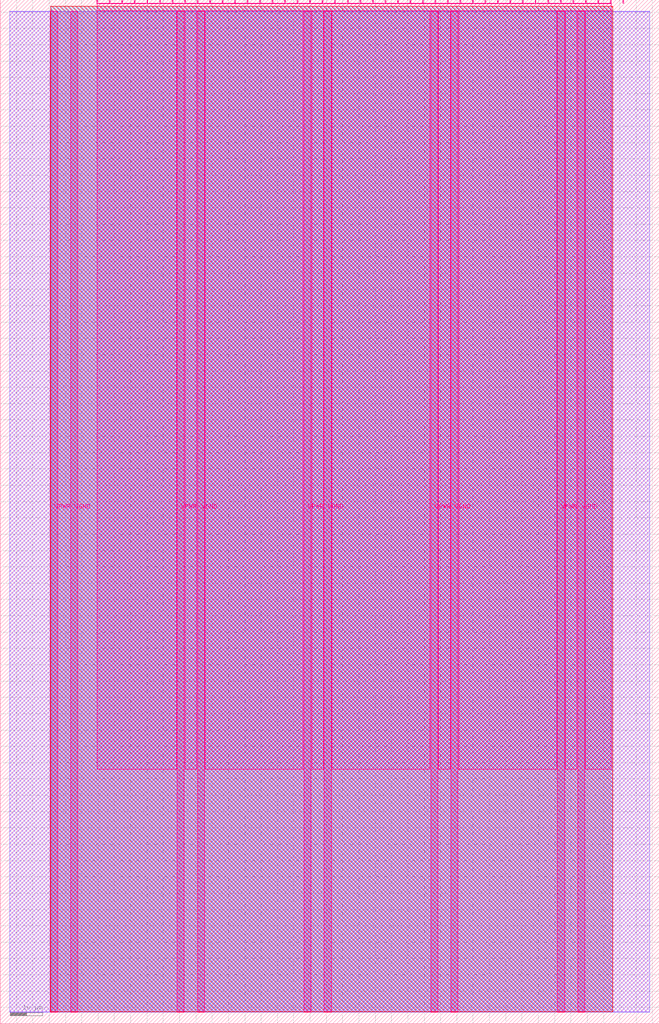
<source format=lef>
VERSION 5.7 ;
  NOWIREEXTENSIONATPIN ON ;
  DIVIDERCHAR "/" ;
  BUSBITCHARS "[]" ;
MACRO tt_um_yuri_panchul_sea_battle_vga_game
  CLASS BLOCK ;
  FOREIGN tt_um_yuri_panchul_sea_battle_vga_game ;
  ORIGIN 0.000 0.000 ;
  SIZE 202.080 BY 313.740 ;
  PIN VGND
    DIRECTION INOUT ;
    USE GROUND ;
    PORT
      LAYER Metal5 ;
        RECT 21.580 3.560 23.780 310.180 ;
    END
    PORT
      LAYER Metal5 ;
        RECT 60.450 3.560 62.650 310.180 ;
    END
    PORT
      LAYER Metal5 ;
        RECT 99.320 3.560 101.520 310.180 ;
    END
    PORT
      LAYER Metal5 ;
        RECT 138.190 3.560 140.390 310.180 ;
    END
    PORT
      LAYER Metal5 ;
        RECT 177.060 3.560 179.260 310.180 ;
    END
  END VGND
  PIN VPWR
    DIRECTION INOUT ;
    USE POWER ;
    PORT
      LAYER Metal5 ;
        RECT 15.380 3.560 17.580 310.180 ;
    END
    PORT
      LAYER Metal5 ;
        RECT 54.250 3.560 56.450 310.180 ;
    END
    PORT
      LAYER Metal5 ;
        RECT 93.120 3.560 95.320 310.180 ;
    END
    PORT
      LAYER Metal5 ;
        RECT 131.990 3.560 134.190 310.180 ;
    END
    PORT
      LAYER Metal5 ;
        RECT 170.860 3.560 173.060 310.180 ;
    END
  END VPWR
  PIN clk
    DIRECTION INPUT ;
    USE SIGNAL ;
    ANTENNAGATEAREA 1.430000 ;
    ANTENNADIFFAREA 4.030800 ;
    PORT
      LAYER Metal5 ;
        RECT 187.050 312.740 187.350 313.740 ;
    END
  END clk
  PIN ena
    DIRECTION INPUT ;
    USE SIGNAL ;
    PORT
      LAYER Metal5 ;
        RECT 190.890 312.740 191.190 313.740 ;
    END
  END ena
  PIN rst_n
    DIRECTION INPUT ;
    USE SIGNAL ;
    ANTENNAGATEAREA 0.314600 ;
    PORT
      LAYER Metal5 ;
        RECT 183.210 312.740 183.510 313.740 ;
    END
  END rst_n
  PIN ui_in[0]
    DIRECTION INPUT ;
    USE SIGNAL ;
    ANTENNAGATEAREA 0.213200 ;
    PORT
      LAYER Metal5 ;
        RECT 179.370 312.740 179.670 313.740 ;
    END
  END ui_in[0]
  PIN ui_in[1]
    DIRECTION INPUT ;
    USE SIGNAL ;
    ANTENNAGATEAREA 0.213200 ;
    PORT
      LAYER Metal5 ;
        RECT 175.530 312.740 175.830 313.740 ;
    END
  END ui_in[1]
  PIN ui_in[2]
    DIRECTION INPUT ;
    USE SIGNAL ;
    PORT
      LAYER Metal5 ;
        RECT 171.690 312.740 171.990 313.740 ;
    END
  END ui_in[2]
  PIN ui_in[3]
    DIRECTION INPUT ;
    USE SIGNAL ;
    PORT
      LAYER Metal5 ;
        RECT 167.850 312.740 168.150 313.740 ;
    END
  END ui_in[3]
  PIN ui_in[4]
    DIRECTION INPUT ;
    USE SIGNAL ;
    PORT
      LAYER Metal5 ;
        RECT 164.010 312.740 164.310 313.740 ;
    END
  END ui_in[4]
  PIN ui_in[5]
    DIRECTION INPUT ;
    USE SIGNAL ;
    PORT
      LAYER Metal5 ;
        RECT 160.170 312.740 160.470 313.740 ;
    END
  END ui_in[5]
  PIN ui_in[6]
    DIRECTION INPUT ;
    USE SIGNAL ;
    PORT
      LAYER Metal5 ;
        RECT 156.330 312.740 156.630 313.740 ;
    END
  END ui_in[6]
  PIN ui_in[7]
    DIRECTION INPUT ;
    USE SIGNAL ;
    PORT
      LAYER Metal5 ;
        RECT 152.490 312.740 152.790 313.740 ;
    END
  END ui_in[7]
  PIN uio_in[0]
    DIRECTION INPUT ;
    USE SIGNAL ;
    PORT
      LAYER Metal5 ;
        RECT 148.650 312.740 148.950 313.740 ;
    END
  END uio_in[0]
  PIN uio_in[1]
    DIRECTION INPUT ;
    USE SIGNAL ;
    PORT
      LAYER Metal5 ;
        RECT 144.810 312.740 145.110 313.740 ;
    END
  END uio_in[1]
  PIN uio_in[2]
    DIRECTION INPUT ;
    USE SIGNAL ;
    PORT
      LAYER Metal5 ;
        RECT 140.970 312.740 141.270 313.740 ;
    END
  END uio_in[2]
  PIN uio_in[3]
    DIRECTION INPUT ;
    USE SIGNAL ;
    PORT
      LAYER Metal5 ;
        RECT 137.130 312.740 137.430 313.740 ;
    END
  END uio_in[3]
  PIN uio_in[4]
    DIRECTION INPUT ;
    USE SIGNAL ;
    PORT
      LAYER Metal5 ;
        RECT 133.290 312.740 133.590 313.740 ;
    END
  END uio_in[4]
  PIN uio_in[5]
    DIRECTION INPUT ;
    USE SIGNAL ;
    PORT
      LAYER Metal5 ;
        RECT 129.450 312.740 129.750 313.740 ;
    END
  END uio_in[5]
  PIN uio_in[6]
    DIRECTION INPUT ;
    USE SIGNAL ;
    PORT
      LAYER Metal5 ;
        RECT 125.610 312.740 125.910 313.740 ;
    END
  END uio_in[6]
  PIN uio_in[7]
    DIRECTION INPUT ;
    USE SIGNAL ;
    PORT
      LAYER Metal5 ;
        RECT 121.770 312.740 122.070 313.740 ;
    END
  END uio_in[7]
  PIN uio_oe[0]
    DIRECTION OUTPUT ;
    USE SIGNAL ;
    ANTENNADIFFAREA 0.299200 ;
    PORT
      LAYER Metal5 ;
        RECT 56.490 312.740 56.790 313.740 ;
    END
  END uio_oe[0]
  PIN uio_oe[1]
    DIRECTION OUTPUT ;
    USE SIGNAL ;
    ANTENNADIFFAREA 0.299200 ;
    PORT
      LAYER Metal5 ;
        RECT 52.650 312.740 52.950 313.740 ;
    END
  END uio_oe[1]
  PIN uio_oe[2]
    DIRECTION OUTPUT ;
    USE SIGNAL ;
    ANTENNADIFFAREA 0.299200 ;
    PORT
      LAYER Metal5 ;
        RECT 48.810 312.740 49.110 313.740 ;
    END
  END uio_oe[2]
  PIN uio_oe[3]
    DIRECTION OUTPUT ;
    USE SIGNAL ;
    ANTENNADIFFAREA 0.299200 ;
    PORT
      LAYER Metal5 ;
        RECT 44.970 312.740 45.270 313.740 ;
    END
  END uio_oe[3]
  PIN uio_oe[4]
    DIRECTION OUTPUT ;
    USE SIGNAL ;
    ANTENNADIFFAREA 0.299200 ;
    PORT
      LAYER Metal5 ;
        RECT 41.130 312.740 41.430 313.740 ;
    END
  END uio_oe[4]
  PIN uio_oe[5]
    DIRECTION OUTPUT ;
    USE SIGNAL ;
    ANTENNADIFFAREA 0.299200 ;
    PORT
      LAYER Metal5 ;
        RECT 37.290 312.740 37.590 313.740 ;
    END
  END uio_oe[5]
  PIN uio_oe[6]
    DIRECTION OUTPUT ;
    USE SIGNAL ;
    ANTENNADIFFAREA 0.299200 ;
    PORT
      LAYER Metal5 ;
        RECT 33.450 312.740 33.750 313.740 ;
    END
  END uio_oe[6]
  PIN uio_oe[7]
    DIRECTION OUTPUT ;
    USE SIGNAL ;
    ANTENNADIFFAREA 0.299200 ;
    PORT
      LAYER Metal5 ;
        RECT 29.610 312.740 29.910 313.740 ;
    END
  END uio_oe[7]
  PIN uio_out[0]
    DIRECTION OUTPUT ;
    USE SIGNAL ;
    ANTENNADIFFAREA 0.299200 ;
    PORT
      LAYER Metal5 ;
        RECT 87.210 312.740 87.510 313.740 ;
    END
  END uio_out[0]
  PIN uio_out[1]
    DIRECTION OUTPUT ;
    USE SIGNAL ;
    ANTENNADIFFAREA 0.299200 ;
    PORT
      LAYER Metal5 ;
        RECT 83.370 312.740 83.670 313.740 ;
    END
  END uio_out[1]
  PIN uio_out[2]
    DIRECTION OUTPUT ;
    USE SIGNAL ;
    ANTENNADIFFAREA 0.299200 ;
    PORT
      LAYER Metal5 ;
        RECT 79.530 312.740 79.830 313.740 ;
    END
  END uio_out[2]
  PIN uio_out[3]
    DIRECTION OUTPUT ;
    USE SIGNAL ;
    ANTENNADIFFAREA 0.299200 ;
    PORT
      LAYER Metal5 ;
        RECT 75.690 312.740 75.990 313.740 ;
    END
  END uio_out[3]
  PIN uio_out[4]
    DIRECTION OUTPUT ;
    USE SIGNAL ;
    ANTENNADIFFAREA 0.299200 ;
    PORT
      LAYER Metal5 ;
        RECT 71.850 312.740 72.150 313.740 ;
    END
  END uio_out[4]
  PIN uio_out[5]
    DIRECTION OUTPUT ;
    USE SIGNAL ;
    ANTENNADIFFAREA 0.299200 ;
    PORT
      LAYER Metal5 ;
        RECT 68.010 312.740 68.310 313.740 ;
    END
  END uio_out[5]
  PIN uio_out[6]
    DIRECTION OUTPUT ;
    USE SIGNAL ;
    ANTENNADIFFAREA 0.299200 ;
    PORT
      LAYER Metal5 ;
        RECT 64.170 312.740 64.470 313.740 ;
    END
  END uio_out[6]
  PIN uio_out[7]
    DIRECTION OUTPUT ;
    USE SIGNAL ;
    ANTENNADIFFAREA 0.299200 ;
    PORT
      LAYER Metal5 ;
        RECT 60.330 312.740 60.630 313.740 ;
    END
  END uio_out[7]
  PIN uo_out[0]
    DIRECTION OUTPUT ;
    USE SIGNAL ;
    ANTENNADIFFAREA 0.654800 ;
    PORT
      LAYER Metal5 ;
        RECT 117.930 312.740 118.230 313.740 ;
    END
  END uo_out[0]
  PIN uo_out[1]
    DIRECTION OUTPUT ;
    USE SIGNAL ;
    ANTENNADIFFAREA 0.654800 ;
    PORT
      LAYER Metal5 ;
        RECT 114.090 312.740 114.390 313.740 ;
    END
  END uo_out[1]
  PIN uo_out[2]
    DIRECTION OUTPUT ;
    USE SIGNAL ;
    ANTENNADIFFAREA 0.654800 ;
    PORT
      LAYER Metal5 ;
        RECT 110.250 312.740 110.550 313.740 ;
    END
  END uo_out[2]
  PIN uo_out[3]
    DIRECTION OUTPUT ;
    USE SIGNAL ;
    ANTENNADIFFAREA 0.706800 ;
    PORT
      LAYER Metal5 ;
        RECT 106.410 312.740 106.710 313.740 ;
    END
  END uo_out[3]
  PIN uo_out[4]
    DIRECTION OUTPUT ;
    USE SIGNAL ;
    ANTENNAGATEAREA 0.180700 ;
    ANTENNADIFFAREA 0.632400 ;
    PORT
      LAYER Metal5 ;
        RECT 102.570 312.740 102.870 313.740 ;
    END
  END uo_out[4]
  PIN uo_out[5]
    DIRECTION OUTPUT ;
    USE SIGNAL ;
    ANTENNAGATEAREA 0.180700 ;
    ANTENNADIFFAREA 0.632400 ;
    PORT
      LAYER Metal5 ;
        RECT 98.730 312.740 99.030 313.740 ;
    END
  END uo_out[5]
  PIN uo_out[6]
    DIRECTION OUTPUT ;
    USE SIGNAL ;
    ANTENNAGATEAREA 0.180700 ;
    ANTENNADIFFAREA 0.632400 ;
    PORT
      LAYER Metal5 ;
        RECT 94.890 312.740 95.190 313.740 ;
    END
  END uo_out[6]
  PIN uo_out[7]
    DIRECTION OUTPUT ;
    USE SIGNAL ;
    ANTENNADIFFAREA 0.706800 ;
    PORT
      LAYER Metal5 ;
        RECT 91.050 312.740 91.350 313.740 ;
    END
  END uo_out[7]
  OBS
      LAYER GatPoly ;
        RECT 2.880 3.630 199.200 310.110 ;
      LAYER Metal1 ;
        RECT 2.880 3.560 199.200 310.180 ;
      LAYER Metal2 ;
        RECT 15.515 3.680 187.825 311.740 ;
      LAYER Metal3 ;
        RECT 15.560 3.635 187.780 311.785 ;
      LAYER Metal4 ;
        RECT 15.515 3.680 187.825 311.740 ;
      LAYER Metal5 ;
        RECT 30.120 312.530 33.240 312.740 ;
        RECT 33.960 312.530 37.080 312.740 ;
        RECT 37.800 312.530 40.920 312.740 ;
        RECT 41.640 312.530 44.760 312.740 ;
        RECT 45.480 312.530 48.600 312.740 ;
        RECT 49.320 312.530 52.440 312.740 ;
        RECT 53.160 312.530 56.280 312.740 ;
        RECT 57.000 312.530 60.120 312.740 ;
        RECT 60.840 312.530 63.960 312.740 ;
        RECT 64.680 312.530 67.800 312.740 ;
        RECT 68.520 312.530 71.640 312.740 ;
        RECT 72.360 312.530 75.480 312.740 ;
        RECT 76.200 312.530 79.320 312.740 ;
        RECT 80.040 312.530 83.160 312.740 ;
        RECT 83.880 312.530 87.000 312.740 ;
        RECT 87.720 312.530 90.840 312.740 ;
        RECT 91.560 312.530 94.680 312.740 ;
        RECT 95.400 312.530 98.520 312.740 ;
        RECT 99.240 312.530 102.360 312.740 ;
        RECT 103.080 312.530 106.200 312.740 ;
        RECT 106.920 312.530 110.040 312.740 ;
        RECT 110.760 312.530 113.880 312.740 ;
        RECT 114.600 312.530 117.720 312.740 ;
        RECT 118.440 312.530 121.560 312.740 ;
        RECT 122.280 312.530 125.400 312.740 ;
        RECT 126.120 312.530 129.240 312.740 ;
        RECT 129.960 312.530 133.080 312.740 ;
        RECT 133.800 312.530 136.920 312.740 ;
        RECT 137.640 312.530 140.760 312.740 ;
        RECT 141.480 312.530 144.600 312.740 ;
        RECT 145.320 312.530 148.440 312.740 ;
        RECT 149.160 312.530 152.280 312.740 ;
        RECT 153.000 312.530 156.120 312.740 ;
        RECT 156.840 312.530 159.960 312.740 ;
        RECT 160.680 312.530 163.800 312.740 ;
        RECT 164.520 312.530 167.640 312.740 ;
        RECT 168.360 312.530 171.480 312.740 ;
        RECT 172.200 312.530 175.320 312.740 ;
        RECT 176.040 312.530 179.160 312.740 ;
        RECT 179.880 312.530 183.000 312.740 ;
        RECT 183.720 312.530 186.840 312.740 ;
        RECT 29.660 310.390 187.300 312.530 ;
        RECT 29.660 77.975 54.040 310.390 ;
        RECT 56.660 77.975 60.240 310.390 ;
        RECT 62.860 77.975 92.910 310.390 ;
        RECT 95.530 77.975 99.110 310.390 ;
        RECT 101.730 77.975 131.780 310.390 ;
        RECT 134.400 77.975 137.980 310.390 ;
        RECT 140.600 77.975 170.650 310.390 ;
        RECT 173.270 77.975 176.850 310.390 ;
        RECT 179.470 77.975 187.300 310.390 ;
  END
END tt_um_yuri_panchul_sea_battle_vga_game
END LIBRARY


</source>
